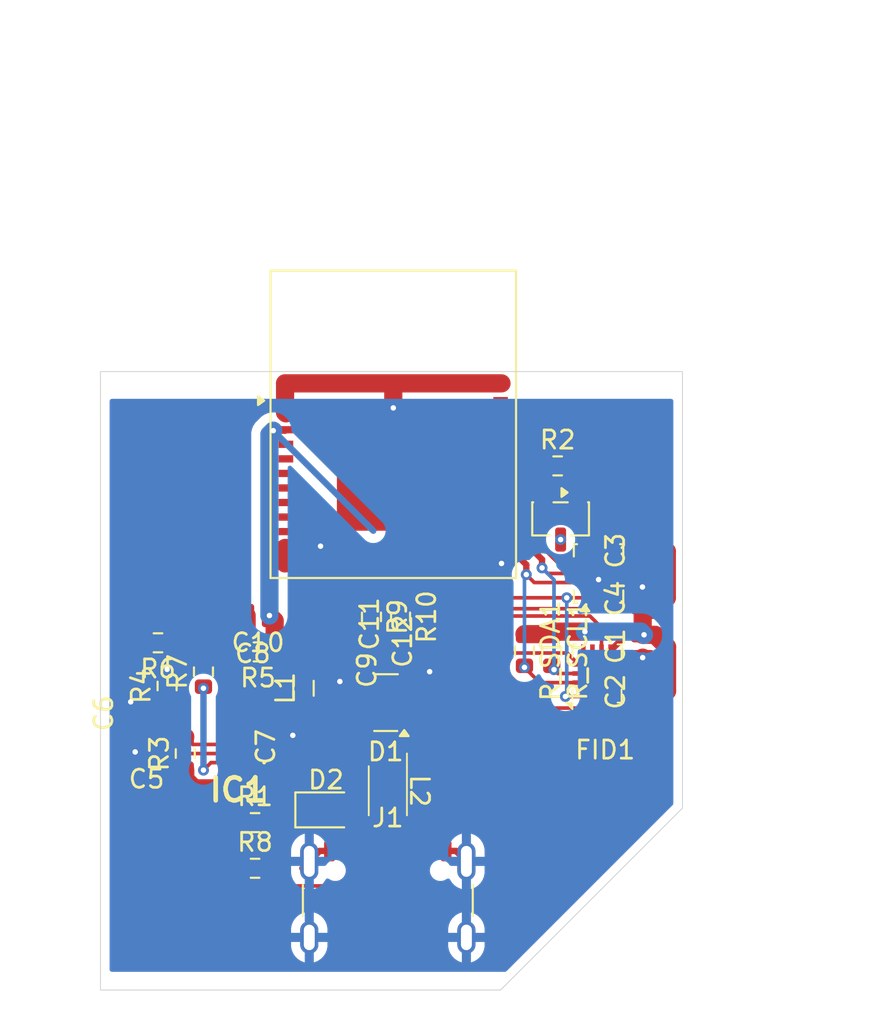
<source format=kicad_pcb>
(kicad_pcb (version 20241229) (generator "pcbnew") (generator_version "9.0")
  (layers (0 "F.Cu" signal) (2 "B.Cu" signal) (13 "F.Paste" user) (15 "B.Paste" user) (5 "F.SilkS" user "F.Silkscreen") (7 "B.SilkS" user "B.Silkscreen") (1 "F.Mask" user) (3 "B.Mask" user) (25 "Edge.Cuts" user))
  (net 0 "")
  (net 1 "GND")
  (net 2 "VDD")
  (net 5 "Net-(IC1-SS)")
  (net 9 "+3V3")
  (net 10 "Net-(IC1-EN)")
  (net 11 "VAA")
  (net 13 "/power-rails/PWR_SW")
  (net 17 "/power-rails/PWR_BST")
  (net 19 "Net-(C10-Pad2)")
  (net 21 "/power-rails/PWR_FB")
  (net 23 "Net-(Q1-G)")
  (net 37 "SDI{slash}SDA")
  (net 38 "IMU_EN")
  (net 39 "CHIPSEL_LSM")
  (net 40 "SCL{slash}SCK")
  (net 41 "CHIPSEL")
  (net 42 "BMI323_INT1")
  (net 43 "SDO{slash}SA0")
  (net 44 "LSM_INT2")
  (net 45 "BMI323_INT2")
  (net 46 "LSM_INT1")
  (net 47 "USB-D-")
  (net 48 "USB-D+")
  (net 49 "Net-(D2-A)")
  (net 51 "Net-(J1-D--PadA7)")
  (net 52 "Net-(J1-CC2)")
  (net 54 "Net-(J1-D+-PadA6)")
  (net 55 "Net-(J1-CC1)")
  (net 56 "Net-(U1-IO12)")
  (net 57 "Net-(U1-IO13)")
  (footprint "Package_TO_SOT_SMD:SOT-23-3" (layer "F.Cu") (at 134.3 54.1 -90)
    (property "Reference" "Q1" (hide yes))
    (property "Value" "Q_PMOS_DGS" (hide yes))
  )
  (footprint "Connector_USB:USB_C_Receptacle_GCT_USB4105-xx-A_16P_TopMnt_Horizontal" (layer "F.Cu") (at 124.8 76.0325)
    (property "Reference" "J1")
    (property "Value" "USB_C_Receptacle_USB2.0_16P")
  )
  (footprint "Capacitor_SMD:C_0504_1310Metric" (layer "F.Cu") (at 138.8 55.85 90)
    (property "Reference" "C3")
    (property "Value" "100nF")
  )
  (footprint "Capacitor_SMD:C_0504_1310Metric" (layer "F.Cu") (at 127.1 60.8275 90)
    (property "Reference" "C12")
    (property "Value" "C")
  )
  (footprint "Capacitor_SMD:C_0504_1310Metric" (layer "F.Cu") (at 117.6625 59.4125 180)
    (property "Reference" "C10")
    (property "Value" "470pF")
  )
  (footprint "Capacitor_SMD:C_0504_1310Metric" (layer "F.Cu") (at 138.8125 61.1 90)
    (property "Reference" "C1")
    (property "Value" "100nF")
  )
  (footprint "Resistor_SMD:R_0603_1608Metric" (layer "F.Cu") (at 123.9 59.4875 -90)
    (property "Reference" "R9")
    (property "Value" "0")
  )
  (footprint "Resistor_SMD:R_0603_1608Metric" (layer "F.Cu") (at 112.6625 63.285 90)
    (property "Reference" "R4")
    (property "Value" "57k")
  )
  (footprint "Package_LGA:LGA-14_3x2.5mm_P0.5mm_LayoutBorder3x4y" (layer "F.Cu") (at 136.3875 57.1 90)
    (property "Reference" "U3" (hide yes))
    (property "Value" "LSM6DS3" (hide yes))
  )
  (footprint "Resistor_SMD:R_0603_1608Metric" (layer "F.Cu") (at 132.3125 61.35 -90)
    (property "Reference" "R_SDA1")
    (property "Value" "R")
  )
  (footprint "Fiducial:Fiducial_0.5mm_Mask1.5mm" (layer "F.Cu") (at 136.75 68.5)
    (property "Reference" "FID1")
    (property "Value" "Fiducial")
  )
  (footprint "KiCad:MP2338GTLZ" (layer "F.Cu") (at 116.45 66.75 90)
    (property "Reference" "IC1")
    (property "Value" "MP2338GTL-Z" (hide yes))
  )
  (footprint "Capacitor_SMD:C_0504_1310Metric" (layer "F.Cu") (at 117.3775 63)
    (property "Reference" "C8")
    (property "Value" "100nF")
  )
  (footprint "Package_LGA:Bosch_LGA-14_3x2.5mm_P0.5mm" (layer "F.Cu") (at 136.3 62.6 90)
    (property "Reference" "U2" (hide yes))
    (property "Value" "BMI323" (hide yes))
  )
  (footprint "Inductor_SMD:L_0805_2012Metric_Pad1.05x1.20mm_HandSolder" (layer "F.Cu") (at 120.1625 63.4125 90)
    (property "Reference" "L1")
    (property "Value" "6.8uH")
  )
  (footprint "Capacitor_SMD:C_0504_1310Metric" (layer "F.Cu") (at 138.8 58.4725 90)
    (property "Reference" "C4")
    (property "Value" "100nF")
  )
  (footprint "Resistor_SMD:R_0603_1608Metric" (layer "F.Cu") (at 112.1625 60.9125 180)
    (property "Reference" "R6")
    (property "Value" "9.09k")
  )
  (footprint "Capacitor_SMD:C_0504_1310Metric" (layer "F.Cu") (at 138.8125 63.6 90)
    (property "Reference" "C2")
    (property "Value" "100nF")
  )
  (footprint "Capacitor_SMD:C_0504_1310Metric" (layer "F.Cu") (at 111.535 66.9125 180)
    (property "Reference" "C5")
    (property "Value" "22nF")
  )
  (footprint "Resistor_SMD:R_0603_1608Metric" (layer "F.Cu") (at 134.1375 51.1875)
    (property "Reference" "R2")
    (property "Value" "100")
  )
  (footprint "Resistor_SMD:R_0603_1608Metric" (layer "F.Cu") (at 117.5 70.7975)
    (property "Reference" "R1")
    (property "Value" "5k1")
  )
  (footprint "Capacitor_SMD:C_0504_1310Metric" (layer "F.Cu") (at 119.575 66.6275 90)
    (property "Reference" "C7")
    (property "Value" "22uF")
  )
  (footprint "Inductor_SMD:L_CommonMode_Wurth_WE-CNSW-1206" (layer "F.Cu") (at 124.8 69.0475 -90)
    (property "Reference" "L2")
    (property "Value" "Choke_Wurth_WE-CNSW_744232090" (hide yes))
  )
  (footprint "Resistor_SMD:R_0603_1608Metric" (layer "F.Cu") (at 125.5 59.4875 -90)
    (property "Reference" "R10")
    (property "Value" "0")
  )
  (footprint "Resistor_SMD:R_0603_1608Metric" (layer "F.Cu") (at 117.5 73.3075)
    (property "Reference" "R8")
    (property "Value" "5k1")
  )
  (footprint "Resistor_SMD:R_0603_1608Metric" (layer "F.Cu") (at 114.6625 62.5 90)
    (property "Reference" "R7")
    (property "Value" "10k")
  )
  (footprint "Capacitor_SMD:C_0504_1310Metric" (layer "F.Cu") (at 110.6625 64.785 90)
    (property "Reference" "C6")
    (property "Value" "10nF")
  )
  (footprint "RF_Module:ESP32-C6-MINI-1" (layer "F.Cu") (at 125.1 51.6)
    (property "Reference" "U1" (hide yes))
    (property "Value" "ESP32-C6-MINI-1" (hide yes))
  )
  (footprint "Package_TO_SOT_SMD:SOT-143" (layer "F.Cu") (at 124.7 64.2 180)
    (property "Reference" "D1")
    (property "Value" "PRTR5V0U2X")
  )
  (footprint "Capacitor_SMD:C_0504_1310Metric" (layer "F.Cu") (at 122.3 59.8725 -90)
    (property "Reference" "C11")
    (property "Value" "C")
  )
  (footprint "Resistor_SMD:R_0603_1608Metric" (layer "F.Cu") (at 113.6625 67 90)
    (property "Reference" "R3")
    (property "Value" "200k")
  )
  (footprint "Resistor_SMD:R_0603_1608Metric" (layer "F.Cu") (at 133.8125 61.35 -90)
    (property "Reference" "R_SCL1")
    (property "Value" "R")
  )
  (footprint "Capacitor_SMD:C_0504_1310Metric" (layer "F.Cu") (at 122.1625 62.4125 -90)
    (property "Reference" "C9")
    (property "Value" "22uFx2")
  )
  (footprint "Fiducial:Fiducial_0.5mm_Mask1.5mm" (layer "F.Cu") (at 132 69)
    (property "Reference" "FID1" (hide yes))
    (property "Value" "Fiducial")
  )
  (footprint "Resistor_SMD:R_0603_1608Metric" (layer "F.Cu") (at 117.6625 61.4125 180)
    (property "Reference" "R5")
    (property "Value" "51k")
  )
  (footprint "Diode_SMD:D_0805_2012Metric" (layer "F.Cu") (at 121.4 70.0975)
    (property "Reference" "D2")
    (property "Value" "D_Schottky")
  )
  (gr_poly (pts (xy 116 46) (xy 109 46) (xy 109 66) (xy 109 80) (xy 131 80) (xy 141 70) (xy 141 66.2) (xy 141 52.2) (xy 141 46)) (stroke (width 0.05)) (fill no) (layer "Edge.Cuts"))
  (segment (start 121.475 55.225) (end 121.1 55.6) (width 0.35) (layer "F.Cu") (net 1))
  (segment (start 120.1 73.3075) (end 120.48 72.9275) (width 0.35) (layer "F.Cu") (net 1))
  (segment (start 137.3125 62.1) (end 138.44 62.1) (width 0.35) (layer "F.Cu") (net 1))
  (segment (start 138.44 62.6) (end 138.8125 62.9725) (width 0.35) (layer "F.Cu") (net 1))
  (segment (start 112.6625 62.3725) (end 112.6625 62.325) (width 1) (layer "F.Cu") (net 1))
  (segment (start 119.191 56.591) (end 119.15 56.55) (width 0.35) (layer "F.Cu") (net 1))
  (segment (start 125.7 64.95) (end 127.1 63.55) (width 1) (layer "F.Cu") (net 1))
  (segment (start 138.055 57.1) (end 138.8 57.845) (width 0.2) (layer "F.Cu") (net 1))
  (segment (start 123.125 53.575) (end 121.475 55.225) (width 0.35) (layer "F.Cu") (net 1))
  (segment (start 138.8125 61.7275) (end 138.8125 62.9725) (width 1) (layer "F.Cu") (net 1))
  (segment (start 119.15 48.249) (end 119.2 48.299) (width 1) (layer "F.Cu") (net 1))
  (segment (start 125.1 48) (end 125.1 49.625) (width 1) (layer "F.Cu") (net 1))
  (segment (start 127.1 62.5) (end 127.1 61.455) (width 1) (layer "F.Cu") (net 1))
  (segment (start 136.5865 57.6365) (end 136.5865 58.2625) (width 0.35) (layer "F.Cu") (net 1))
  (segment (start 138.8 57.845) (end 138.8 56.4775) (width 1) (layer "F.Cu") (net 1))
  (segment (start 118.4125 70.7975) (end 118.4125 73.3075) (width 0.35) (layer "F.Cu") (net 1))
  (segment (start 136.1885 57.6365) (end 136.1885 58.2625) (width 0.35) (layer "F.Cu") (net 1))
  (segment (start 137.3 57.1) (end 138.055 57.1) (width 0.2) (layer "F.Cu") (net 1))
  (segment (start 128 72.3525) (end 128.545 72.3525) (width 0.35) (layer "F.Cu") (net 1))
  (segment (start 121.9 56.5) (end 121.9 55.65) (width 0.35) (layer "F.Cu") (net 1))
  (segment (start 125.1 46.7) (end 125.1 48) (width 1) (layer "F.Cu") (net 1))
  (segment (start 119.15 46.65) (end 131.05 46.65) (width 1) (layer "F.Cu") (net 1))
  (segment (start 138.6775 56.6) (end 137.3 56.6) (width 0.2) (layer "F.Cu") (net 1))
  (segment (start 128.545 72.3525) (end 129.12 72.9275) (width 0.35) (layer "F.Cu") (net 1))
  (segment (start 121.055 72.3525) (end 120.48 72.9275) (width 0.35) (layer "F.Cu") (net 1))
  (segment (start 121.6 72.3525) (end 121.055 72.3525) (width 0.35) (layer "F.Cu") (net 1))
  (segment (start 121.9 55.65) (end 121.475 55.225) (width 0.35) (layer "F.Cu") (net 1))
  (segment (start 121.9 56.5) (end 121.9 58.845) (width 0.35) (layer "F.Cu") (net 1))
  (segment (start 137.3 56.6) (end 137.3 57.1) (width 0.2) (layer "F.Cu") (net 1))
  (segment (start 117.15 66) (end 119.575 66) (width 0.2) (layer "F.Cu") (net 1))
  (segment (start 119.15 56.55) (end 119.15 55.701) (width 1) (layer "F.Cu") (net 1))
  (segment (start 136.6375 58.2625) (end 136.1375 58.2625) (width 0.2) (layer "F.Cu") (net 1))
  (segment (start 119.15 55.701) (end 119.2 55.701) (width 1) (layer "F.Cu") (net 1))
  (segment (start 137.3125 62.6) (end 138.44 62.6) (width 0.35) (layer "F.Cu") (net 1))
  (segment (start 136.3875 57.4375) (end 136.5865 57.6365) (width 0.35) (layer "F.Cu") (net 1))
  (segment (start 112.6625 62.325) (end 111.25 60.9125) (width 1) (layer "F.Cu") (net 1))
  (segment (start 121.9 58.845) (end 122.3 59.245) (width 0.35) (layer "F.Cu") (net 1))
  (segment (start 127.1 63.55) (end 127.1 62.5) (width 1) (layer "F.Cu") (net 1))
  (segment (start 138.44 62.1) (end 138.8125 61.7275) (width 0.35) (layer "F.Cu") (net 1))
  (segment (start 137.3125 62.6) (end 137.3125 62.1) (width 0.35) (layer "F.Cu") (net 1))
  (segment (start 121.1 55.6) (end 119.2 55.6) (width 0.35) (layer "F.Cu") (net 1))
  (segment (start 136.3875 57.4375) (end 136.1885 57.6365) (width 0.35) (layer "F.Cu") (net 1))
  (segment (start 119.15 46.65) (end 119.15 48.249) (width 1) (layer "F.Cu") (net 1))
  (segment (start 138.8 56.4775) (end 138.6775 56.6) (width 0.2) (layer "F.Cu") (net 1))
  (via (at 122.1625 63.04) (size 0.6) (drill 0.3) (layers "F.Cu" "B.Cu") (net 1))
  (via (at 125.1 48) (size 0.6) (drill 0.3) (layers "F.Cu" "B.Cu") (net 1))
  (via (at 138.8 57.845) (size 0.6) (drill 0.3) (layers "F.Cu" "B.Cu") (net 1))
  (via (at 131.05 56.55) (size 0.6) (drill 0.3) (layers "F.Cu" "B.Cu") (net 1))
  (via (at 121.1 55.6) (size 0.6) (drill 0.3) (layers "F.Cu" "B.Cu") (net 1))
  (via (at 110.9075 66.9125) (size 0.6) (drill 0.3) (layers "F.Cu" "B.Cu") (net 1))
  (via (at 112.6625 62.3725) (size 0.6) (drill 0.3) (layers "F.Cu" "B.Cu") (net 1))
  (via (at 136.3875 57.4375) (size 0.6) (drill 0.3) (layers "F.Cu" "B.Cu") (net 1))
  (via (at 110.6625 64.1575) (size 0.6) (drill 0.3) (layers "F.Cu" "B.Cu") (net 1))
  (via (at 119.575 66) (size 0.6) (drill 0.3) (layers "F.Cu" "B.Cu") (net 1))
  (via (at 127.1 62.5) (size 0.6) (drill 0.3) (layers "F.Cu" "B.Cu") (net 1))
  (via (at 138.8125 61.7275) (size 0.6) (drill 0.3) (layers "F.Cu" "B.Cu") (net 1))
  (segment (start 120.48 72.9275) (end 120.48 77.1075) (width 0.35) (layer "B.Cu") (net 1))
  (segment (start 129.12 72.9275) (end 129.12 77.1075) (width 0.35) (layer "B.Cu") (net 1))
  (segment (start 137.612499 58.162499) (end 138.55 59.1) (width 0.2) (layer "F.Cu") (net 2))
  (segment (start 137.915 60.4725) (end 138.8125 60.4725) (width 0.35) (layer "F.Cu") (net 2))
  (segment (start 140.141 58.436366) (end 140.141 55.886134) (width 1) (layer "F.Cu") (net 2))
  (segment (start 137.05 61.3375) (end 137.915 60.4725) (width 0.35) (layer "F.Cu") (net 2))
  (segment (start 139.477366 59.1) (end 140.141 58.436366) (width 1) (layer "F.Cu") (net 2))
  (segment (start 137.612499 57.6) (end 137.612499 58.162499) (width 0.2) (layer "F.Cu") (net 2))
  (segment (start 140.141 55.886134) (end 139.477366 55.2225) (width 1) (layer "F.Cu") (net 2))
  (segment (start 139.477366 55.2225) (end 138.8 55.2225) (width 1) (layer "F.Cu") (net 2))
  (segment (start 140.1535 61.136134) (end 139.489866 60.4725) (width 1) (layer "F.Cu") (net 2))
  (segment (start 138.8125 59.1125) (end 138.8 59.1) (width 1) (layer "F.Cu") (net 2))
  (segment (start 138.8875 60.4725) (end 138.8125 60.4725) (width 1) (layer "F.Cu") (net 2))
  (segment (start 138.8 59.1) (end 139.477366 59.1) (width 1) (layer "F.Cu") (net 2))
  (segment (start 137.8525 55.2225) (end 138.8 55.2225) (width 0.2) (layer "F.Cu") (net 2))
  (segment (start 133.8125 60.4375) (end 133.951 60.299) (width 1) (layer "F.Cu") (net 2))
  (segment (start 135.25 52.9625) (end 136.54 52.9625) (width 1) (layer "F.Cu") (net 2))
  (segment (start 136.54 52.9625) (end 138.8 55.2225) (width 1) (layer "F.Cu") (net 2))
  (segment (start 138.55 59.1) (end 138.8 59.1) (width 0.2) (layer "F.Cu") (net 2))
  (segment (start 140.1535 63.563866) (end 140.1535 61.136134) (width 1) (layer "F.Cu") (net 2))
  (segment (start 139.489866 64.2275) (end 140.1535 63.563866) (width 1) (layer "F.Cu") (net 2))
  (segment (start 133.951 60.299) (end 135.6375 60.299) (width 1) (layer "F.Cu") (net 2))
  (segment (start 132.3125 60.4375) (end 133.8125 60.4375) (width 1) (layer "F.Cu") (net 2))
  (segment (start 137.3 57.6) (end 137.612499 57.6) (width 0.2) (layer "F.Cu") (net 2))
  (segment (start 138.8125 60.4725) (end 138.8125 59.1125) (width 1) (layer "F.Cu") (net 2))
  (segment (start 138.44 64.2275) (end 138.8125 64.2275) (width 0.2) (layer "F.Cu") (net 2))
  (segment (start 139.489866 60.4725) (end 138.8875 60.4725) (width 1) (layer "F.Cu") (net 2))
  (segment (start 138.8125 64.2275) (end 139.489866 64.2275) (width 1) (layer "F.Cu") (net 2))
  (segment (start 137.1375 55.9375) (end 137.8525 55.2225) (width 0.2) (layer "F.Cu") (net 2))
  (segment (start 137.3125 63.1) (end 138.44 64.2275) (width 0.2) (layer "F.Cu") (net 2))
  (via (at 135.6375 60.299) (size 0.6) (drill 0.3) (layers "F.Cu" "B.Cu") (net 2))
  (via (at 138.8875 60.4725) (size 0.6) (drill 0.3) (layers "F.Cu" "B.Cu") (net 2))
  (segment (start 135.6375 60.299) (end 138.714 60.299) (width 1) (layer "B.Cu") (net 2))
  (segment (start 138.714 60.299) (end 138.8875 60.4725) (width 1) (layer "B.Cu") (net 2))
  (segment (start 115.75 67) (end 112.25 67) (width 0.2) (layer "F.Cu") (net 5))
  (segment (start 112.25 67) (end 112.1625 66.9125) (width 0.2) (layer "F.Cu") (net 5))
  (segment (start 118.575 59.6975) (end 118.29 59.4125) (width 1) (layer "F.Cu") (net 9))
  (segment (start 118.575 61.4125) (end 119.3125 61.4125) (width 1) (layer "F.Cu") (net 9))
  (segment (start 119.3125 61.4125) (end 120.1625 62.2625) (width 1) (layer "F.Cu") (net 9))
  (segment (start 122.1625 61.785) (end 120.64 61.785) (width 1) (layer "F.Cu") (net 9))
  (segment (start 118.575 61.4125) (end 118.575 59.6975) (width 1) (layer "F.Cu") (net 9))
  (segment (start 120.64 61.785) (end 120.1625 62.2625) (width 1) (layer "F.Cu") (net 9))
  (segment (start 118.5 49.25) (end 119.15 49.25) (width 0.35) (layer "F.Cu") (net 9))
  (segment (start 119.15 49.25) (end 119.2 49.2) (width 0.35) (layer "F.Cu") (net 9))
  (via (at 134.3 55.2375) (size 0.6) (drill 0.3) (layers "F.Cu" "B.Cu") (net 9))
  (via (at 118.5 49.25) (size 0.6) (drill 0.3) (layers "F.Cu" "B.Cu") (net 9))
  (via (at 118.29 59.4125) (size 0.6) (drill 0.3) (layers "F.Cu" "B.Cu") (net 9))
  (segment (start 118.29 49.46) (end 118.5 49.25) (width 1) (layer "B.Cu") (net 9))
  (segment (start 118.29 59.4125) (end 118.29 49.46) (width 1) (layer "B.Cu") (net 9))
  (segment (start 118.5 49.25) (end 124 54.75) (width 0.35) (layer "B.Cu") (net 9))
  (segment (start 114.075 66.5) (end 113.6625 66.0875) (width 0.2) (layer "F.Cu") (net 10))
  (segment (start 110.6625 65.4125) (end 111.4475 65.4125) (width 1) (layer "F.Cu") (net 10))
  (segment (start 112.6625 65.0875) (end 113.6625 66.0875) (width 1) (layer "F.Cu") (net 10))
  (segment (start 112.6625 64.1975) (end 112.6625 65.0875) (width 1) (layer "F.Cu") (net 10))
  (segment (start 115.75 66.5) (end 114.075 66.5) (width 0.2) (layer "F.Cu") (net 10))
  (segment (start 111.4475 65.4125) (end 112.6625 64.1975) (width 1) (layer "F.Cu") (net 10))
  (segment (start 123.7 65.15) (end 123.53 65.15) (width 0.35) (layer "F.Cu") (net 11))
  (segment (start 117.15 67) (end 119.32 67) (width 0.2) (layer "F.Cu") (net 11))
  (segment (start 121.595 67.255) (end 119.575 67.255) (width 0.35) (layer "F.Cu") (net 11))
  (segment (start 117.9175 68.9125) (end 119.19 68.9125) (width 1) (layer "F.Cu") (net 11))
  (segment (start 114.1625 68.9125) (end 117.9175 68.9125) (width 1) (layer "F.Cu") (net 11))
  (segment (start 117.9175 68.9125) (end 119.575 67.255) (width 1) (layer "F.Cu") (net 11))
  (segment (start 119.19 68.9125) (end 120.375 70.0975) (width 1) (layer "F.Cu") (net 11))
  (segment (start 113.6625 67.9125) (end 113.6625 68.4125) (width 1) (layer "F.Cu") (net 11))
  (segment (start 113.6625 68.4125) (end 114.1625 68.9125) (width 1) (layer "F.Cu") (net 11))
  (segment (start 119.32 67) (end 119.575 67.255) (width 0.2) (layer "F.Cu") (net 11))
  (segment (start 123.7 65.15) (end 121.595 67.255) (width 0.35) (layer "F.Cu") (net 11))
  (segment (start 120.1625 64.5625) (end 119.5675 64.5625) (width 1) (layer "F.Cu") (net 13))
  (segment (start 119.5675 64.5625) (end 118.005 63) (width 1) (layer "F.Cu") (net 13))
  (segment (start 116.5 66.5) (end 116.426 66.426) (width 0.35) (layer "F.Cu") (net 13))
  (segment (start 118.005 63.64) (end 118.005 63) (width 0.35) (layer "F.Cu") (net 13))
  (segment (start 117.15 66.5) (end 116.5 66.5) (width 0.35) (layer "F.Cu") (net 13))
  (segment (start 116.426 66.426) (end 116.426 65.219) (width 0.35) (layer "F.Cu") (net 13))
  (segment (start 116.426 65.219) (end 118.005 63.64) (width 0.35) (layer "F.Cu") (net 13))
  (segment (start 115.75 64) (end 116.75 63) (width 0.35) (layer "F.Cu") (net 17))
  (segment (start 115.75 66) (end 115.75 64) (width 0.35) (layer "F.Cu") (net 17))
  (segment (start 116.575 61.5875) (end 116.75 61.4125) (width 1) (layer "F.Cu") (net 19))
  (segment (start 117.035 61.1275) (end 116.75 61.4125) (width 1) (layer "F.Cu") (net 19))
  (segment (start 114.6625 61.5875) (end 116.575 61.5875) (width 1) (layer "F.Cu") (net 19))
  (segment (start 113.9875 60.9125) (end 114.6625 61.5875) (width 1) (layer "F.Cu") (net 19))
  (segment (start 117.035 59.4125) (end 117.035 61.1275) (width 1) (layer "F.Cu") (net 19))
  (segment (start 113.075 60.9125) (end 113.9875 60.9125) (width 1) (layer "F.Cu") (net 19))
  (segment (start 115.075 67.5) (end 114.6625 67.9125) (width 0.2) (layer "F.Cu") (net 21))
  (segment (start 115.75 67.5) (end 115.075 67.5) (width 0.2) (layer "F.Cu") (net 21))
  (via (at 114.6625 63.4125) (size 0.6) (drill 0.3) (layers "F.Cu" "B.Cu") (net 21))
  (via (at 114.6625 67.9125) (size 0.6) (drill 0.3) (layers "F.Cu" "B.Cu") (net 21))
  (segment (start 114.6625 63.4125) (end 114.6625 67.9125) (width 0.35) (layer "B.Cu") (net 21))
  (segment (start 135.05 51.1875) (end 135.05 51.2625) (width 1) (layer "F.Cu") (net 23))
  (segment (start 135.05 51.2625) (end 133.35 52.9625) (width 1) (layer "F.Cu") (net 23))
  (segment (start 133.15 63.1) (end 132.3125 62.2625) (width 0.2) (layer "F.Cu") (net 37))
  (segment (start 132.4135 56.6135) (end 132.4135 57.1615) (width 0.35) (layer "F.Cu") (net 37))
  (segment (start 131 55.6) (end 131.4 55.6) (width 0.35) (layer "F.Cu") (net 37))
  (segment (start 131.4 55.6) (end 132.4135 56.6135) (width 0.35) (layer "F.Cu") (net 37))
  (segment (start 132.852 57.6) (end 132.4135 57.1615) (width 0.2) (layer "F.Cu") (net 37))
  (segment (start 135.475 57.6) (end 132.852 57.6) (width 0.2) (layer "F.Cu") (net 37))
  (segment (start 135.2875 63.1) (end 133.15 63.1) (width 0.2) (layer "F.Cu") (net 37))
  (via (at 132.3125 62.2625) (size 0.6) (drill 0.3) (layers "F.Cu" "B.Cu") (net 37))
  (via (at 132.4135 57.1615) (size 0.6) (drill 0.3) (layers "F.Cu" "B.Cu") (net 37))
  (segment (start 132.3125 57.2625) (end 132.3125 62.2625) (width 0.2) (layer "B.Cu") (net 37))
  (segment (start 132.4135 57.1615) (end 132.3125 57.2625) (width 0.2) (layer "B.Cu") (net 37))
  (segment (start 132.0125 52.4) (end 133.225 51.1875) (width 0.35) (layer "F.Cu") (net 38))
  (segment (start 131 52.4) (end 132.0125 52.4) (width 0.35) (layer "F.Cu") (net 38))
  (segment (start 134.2349 56.6) (end 131.6349 54) (width 0.2) (layer "F.Cu") (net 39))
  (segment (start 135.475 56.6) (end 134.2349 56.6) (width 0.2) (layer "F.Cu") (net 39))
  (segment (start 131.6349 54) (end 131 54) (width 0.2) (layer "F.Cu") (net 39))
  (segment (start 133.9375 62.3875) (end 133.8125 62.2625) (width 0.2) (layer "F.Cu") (net 40))
  (segment (start 133.5829 57.1) (end 133.27895 56.79605) (width 0.2) (layer "F.Cu") (net 40))
  (segment (start 131 54.8) (end 131.75 54.8) (width 0.35) (layer "F.Cu") (net 40))
  (segment (start 135.2875 62.6) (end 134.15 62.6) (width 0.2) (layer "F.Cu") (net 40))
  (segment (start 131.75 54.8) (end 133.27895 56.32895) (width 0.35) (layer "F.Cu") (net 40))
  (segment (start 133.207784 56.79605) (end 133.27895 56.79605) (width 0.35) (layer "F.Cu") (net 40))
  (segment (start 134.15 62.6) (end 133.9375 62.3875) (width 0.2) (layer "F.Cu") (net 40))
  (segment (start 135.475 57.1) (end 133.5829 57.1) (width 0.2) (layer "F.Cu") (net 40))
  (segment (start 133.27895 56.32895) (end 133.27895 56.79605) (width 0.35) (layer "F.Cu") (net 40))
  (via (at 133.27895 56.79605) (size 0.6) (drill 0.3) (layers "F.Cu" "B.Cu") (net 40))
  (via (at 133.9375 62.3875) (size 0.6) (drill 0.3) (layers "F.Cu" "B.Cu") (net 40))
  (segment (start 133.9375 57.4546) (end 133.9375 62.3875) (width 0.2) (layer "B.Cu") (net 40))
  (segment (start 133.27895 56.79605) (end 133.9375 57.4546) (width 0.2) (layer "B.Cu") (net 40))
  (segment (start 131.272 61.474) (end 126.7 56.902) (width 0.2) (layer "F.Cu") (net 41))
  (segment (start 134.6615 61.474) (end 131.272 61.474) (width 0.2) (layer "F.Cu") (net 41))
  (segment (start 135.2875 62.1) (end 134.6615 61.474) (width 0.2) (layer "F.Cu") (net 41))
  (segment (start 126.7 56.902) (end 126.7 56.5) (width 0.2) (layer "F.Cu") (net 41))
  (segment (start 133.295366 64.501) (end 125.9 57.105634) (width 0.2) (layer "F.Cu") (net 42))
  (segment (start 125.9 57.105634) (end 125.9 56.5) (width 0.2) (layer "F.Cu") (net 42))
  (segment (start 137.05 63.8625) (end 137.05 64.427) (width 0.2) (layer "F.Cu") (net 42))
  (segment (start 136.976 64.501) (end 133.295366 64.501) (width 0.2) (layer "F.Cu") (net 42))
  (segment (start 137.05 64.427) (end 136.976 64.501) (width 0.2) (layer "F.Cu") (net 42))
  (segment (start 135.55 63.8625) (end 134.5625 63.8625) (width 0.2) (layer "F.Cu") (net 43))
  (segment (start 135.6375 58.2625) (end 135.4625 58.4375) (width 0.2) (layer "F.Cu") (net 43))
  (segment (start 131.6355 58.4375) (end 129.9 56.702) (width 0.2) (layer "F.Cu") (net 43))
  (segment (start 129.9 56.702) (end 129.9 56.5) (width 0.2) (layer "F.Cu") (net 43))
  (segment (start 135.4625 58.4375) (end 134.6375 58.4375) (width 0.2) (layer "F.Cu") (net 43))
  (segment (start 134.6375 58.4375) (end 131.6355 58.4375) (width 0.2) (layer "F.Cu") (net 43))
  (segment (start 129.9 56.5) (end 129.9 56.7) (width 0.35) (layer "F.Cu") (net 43))
  (via (at 134.5625 63.8625) (size 0.6) (drill 0.3) (layers "F.Cu" "B.Cu") (net 43))
  (via (at 134.6375 58.4375) (size 0.6) (drill 0.3) (layers "F.Cu" "B.Cu") (net 43))
  (segment (start 134.6375 58.4375) (end 134.6375 63.7875) (width 0.2) (layer "B.Cu") (net 43))
  (segment (start 134.6375 63.7875) (end 134.5625 63.8625) (width 0.2) (layer "B.Cu") (net 43))
  (segment (start 136.6375 55.573152) (end 134.990348 53.926) (width 0.2) (layer "F.Cu") (net 44))
  (segment (start 136.6375 55.9375) (end 136.6375 55.573152) (width 0.2) (layer "F.Cu") (net 44))
  (segment (start 131.402 53.2) (end 131 53.2) (width 0.2) (layer "F.Cu") (net 44))
  (segment (start 132.128 53.926) (end 131.402 53.2) (width 0.2) (layer "F.Cu") (net 44))
  (segment (start 134.990348 53.926) (end 132.128 53.926) (width 0.2) (layer "F.Cu") (net 44))
  (segment (start 136.55 61.3375) (end 136.55 60.078715) (width 0.2) (layer "F.Cu") (net 45))
  (segment (start 136.55 60.078715) (end 135.910785 59.4395) (width 0.2) (layer "F.Cu") (net 45))
  (segment (start 135.910785 59.4395) (end 130.6395 59.4395) (width 0.2) (layer "F.Cu") (net 45))
  (segment (start 128.3 57.1) (end 128.3 56.5) (width 0.2) (layer "F.Cu") (net 45))
  (segment (start 130.6395 59.4395) (end 128.3 57.1) (width 0.2) (layer "F.Cu") (net 45))
  (segment (start 136.725848 59.0385) (end 131.0385 59.0385) (width 0.2) (layer "F.Cu") (net 46))
  (segment (start 131.0385 59.0385) (end 129.1 57.1) (width 0.2) (layer "F.Cu") (net 46))
  (segment (start 137.1375 58.2625) (end 137.1375 58.626848) (width 0.2) (layer "F.Cu") (net 46))
  (segment (start 129.1 57.1) (end 129.1 56.5) (width 0.2) (layer "F.Cu") (net 46))
  (segment (start 137.1375 58.626848) (end 136.725848 59.0385) (width 0.2) (layer "F.Cu") (net 46))
  (segment (start 123.9 60.4) (end 122.4 60.4) (width 0.2) (layer "F.Cu") (net 47))
  (segment (start 123.7 62.724999) (end 123.7 63.25) (width 0.2) (layer "F.Cu") (net 47))
  (segment (start 124.351 64.809032) (end 124.351 67.282897) (width 0.2) (layer "F.Cu") (net 47))
  (segment (start 123.9 60.4) (end 123.9 61.131251) (width 0.2) (layer "F.Cu") (net 47))
  (segment (start 123.9 61.131251) (end 124.475 61.706251) (width 0.2) (layer "F.Cu") (net 47))
  (segment (start 123.7 64.549) (end 124.090968 64.549) (width 0.2) (layer "F.Cu") (net 47))
  (segment (start 124.090968 64.549) (end 124.351 64.809032) (width 0.2) (layer "F.Cu") (net 47))
  (segment (start 124.3 67.333897) (end 124.3 67.6975) (width 0.2) (layer "F.Cu") (net 47))
  (segment (start 123.7 63.25) (end 123.7 64.549) (width 0.2) (layer "F.Cu") (net 47))
  (segment (start 122.4 60.4) (end 122.3 60.5) (width 0.2) (layer "F.Cu") (net 47))
  (segment (start 124.475 61.949999) (end 123.7 62.724999) (width 0.2) (layer "F.Cu") (net 47))
  (segment (start 124.351 67.282897) (end 124.3 67.333897) (width 0.2) (layer "F.Cu") (net 47))
  (segment (start 124.475 61.706251) (end 124.475 61.949999) (width 0.2) (layer "F.Cu") (net 47))
  (segment (start 125.5 61.131251) (end 124.925 61.706251) (width 0.2) (layer "F.Cu") (net 48))
  (segment (start 124.80098 64.622644) (end 124.80098 66.989772) (width 0.2) (layer "F.Cu") (net 48))
  (segment (start 125.5 60.4) (end 126.9 60.4) (width 0.2) (layer "F.Cu") (net 48))
  (segment (start 125.5 60.4) (end 125.5 61.131251) (width 0.2) (layer "F.Cu") (net 48))
  (segment (start 124.925 61.949999) (end 125.7 62.724999) (width 0.2) (layer "F.Cu") (net 48))
  (segment (start 125.7 62.724999) (end 125.7 63.25) (width 0.2) (layer "F.Cu") (net 48))
  (segment (start 125.7 63.25) (end 124.564168 64.385832) (width 0.2) (layer "F.Cu") (net 48))
  (segment (start 124.564168 64.385832) (end 124.80098 64.622644) (width 0.2) (layer "F.Cu") (net 48))
  (segment (start 124.901 67.089792) (end 124.901 67.2985) (width 0.2) (layer "F.Cu") (net 48))
  (segment (start 124.901 67.2985) (end 125.3 67.6975) (width 0.2) (layer "F.Cu") (net 48))
  (segment (start 124.80098 66.989772) (end 124.901 67.089792) (width 0.2) (layer "F.Cu") (net 48))
  (segment (start 126.9 60.4) (end 127.1 60.2) (width 0.2) (layer "F.Cu") (net 48))
  (segment (start 124.925 61.706251) (end 124.925 61.949999) (width 0.2) (layer "F.Cu") (net 48))
  (segment (start 122.425 72.3275) (end 122.4 72.3525) (width 0.35) (layer "F.Cu") (net 49))
  (segment (start 122.425 70.0975) (end 122.425 72.3275) (width 0.35) (layer "F.Cu") (net 49))
  (segment (start 124.05 72.3525) (end 124.05 72.961324) (width 0.2) (layer "F.Cu") (net 51))
  (segment (start 124.05 70.6475) (end 124.05 72.3525) (width 0.2) (layer "F.Cu") (net 51))
  (segment (start 124.05 72.961324) (end 124.317176 73.2285) (width 0.2) (layer "F.Cu") (net 51))
  (segment (start 124.317176 73.2285) (end 124.782824 73.2285) (width 0.2) (layer "F.Cu") (net 51))
  (segment (start 124.3 70.3975) (end 124.05 70.6475) (width 0.2) (layer "F.Cu") (net 51))
  (segment (start 124.782824 73.2285) (end 125.05 72.961324) (width 0.2) (layer "F.Cu") (net 51))
  (segment (start 125.05 72.961324) (end 125.05 72.3525) (width 0.2) (layer "F.Cu") (net 51))
  (segment (start 126.55 73.017468) (end 126.55 72.3525) (width 0.2) (layer "F.Cu") (net 52))
  (segment (start 124.887968 74.6795) (end 117.713766 74.6795) (width 0.2) (layer "F.Cu") (net 52))
  (segment (start 116.5875 73.553234) (end 116.5875 73.3075) (width 0.2) (layer "F.Cu") (net 52))
  (segment (start 124.317176 75.431) (end 124.05 75.163824) (width 0.2) (layer "F.Cu") (net 52))
  (segment (start 124.05 75.163824) (end 124.05 74.555) (width 0.2) (layer "F.Cu") (net 52))
  (segment (start 117.713766 74.6795) (end 116.5875 73.553234) (width 0.2) (layer "F.Cu") (net 52))
  (segment (start 124.887968 74.6795) (end 126.55 73.017468) (width 0.2) (layer "F.Cu") (net 52))
  (segment (start 125.55 70.6475) (end 125.55 72.3525) (width 0.2) (layer "F.Cu") (net 54))
  (segment (start 124.817176 71.4765) (end 125.282824 71.4765) (width 0.2) (layer "F.Cu") (net 54))
  (segment (start 125.3 70.3975) (end 125.55 70.6475) (width 0.2) (layer "F.Cu") (net 54))
  (segment (start 124.55 72.3525) (end 124.55 71.743676) (width 0.2) (layer "F.Cu") (net 54))
  (segment (start 125.282824 71.4765) (end 125.55 71.743676) (width 0.2) (layer "F.Cu") (net 54))
  (segment (start 124.55 71.743676) (end 124.817176 71.4765) (width 0.2) (layer "F.Cu") (net 54))
  (segment (start 125.55 71.743676) (end 125.55 72.3525) (width 0.2) (layer "F.Cu") (net 54))
  (segment (start 117.376 71.586) (end 116.5875 70.7975) (width 0.2) (layer "F.Cu") (net 55))
  (segment (start 117.879866 74.2785) (end 117.376 73.774634) (width 0.2) (layer "F.Cu") (net 55))
  (segment (start 117.376 73.774634) (end 117.376 71.586) (width 0.2) (layer "F.Cu") (net 55))
  (segment (start 122.232824 74.2785) (end 117.879866 74.2785) (width 0.2) (layer "F.Cu") (net 55))
  (segment (start 123.55 72.961324) (end 122.232824 74.2785) (width 0.2) (layer "F.Cu") (net 55))
  (segment (start 123.55 72.3525) (end 123.55 72.961324) (width 0.2) (layer "F.Cu") (net 55))
  (segment (start 124.3 56.5) (end 124.3 58.175) (width 0.2) (layer "F.Cu") (net 56))
  (segment (start 124.3 58.175) (end 123.9 58.575) (width 0.2) (layer "F.Cu") (net 56))
  (segment (start 125.1 56.5) (end 125.1 58.175) (width 0.2) (layer "F.Cu") (net 57))
  (segment (start 125.1 58.175) (end 125.5 58.575) (width 0.2) (layer "F.Cu") (net 57))
  (zone (net 1) (net_name "GND") (layer "F.Cu") (priority 2) (connect_pads (clearance 0.5)) (min_thickness 0.25) (fill yes (thermal_gap 0.5) (thermal_bridge_width 0.5))
    (polygon (pts (xy 139.3875 61.3375) (xy 138.1875 61.3375) (xy 136.9875 61.9375) (xy 136.9875 62.7375) (xy 137.6875 62.9375) (xy 138.2875 63.4375) (xy 139.3875 63.4375)))
  )
  (zone (net 1) (net_name "GND") (layer "F.Cu") (priority 1) (connect_pads (clearance 0.5)) (min_thickness 0.25) (fill yes (thermal_gap 0.5) (thermal_bridge_width 0.5))
    (polygon (pts (xy 122 48.5) (xy 128.25 48.5) (xy 128.25 54.75) (xy 122 54.75)))
  )
  (zone (net 1) (net_name "GND") (layer "B.Cu") (connect_pads (clearance 0.5)) (min_thickness 0.25) (fill yes (thermal_gap 0.5) (thermal_bridge_width 0.5))
    (polygon (pts (xy 104.035813 79) (xy 151.535813 79) (xy 151.535813 47.5) (xy 104.035813 47.5)))
  )
)
</source>
